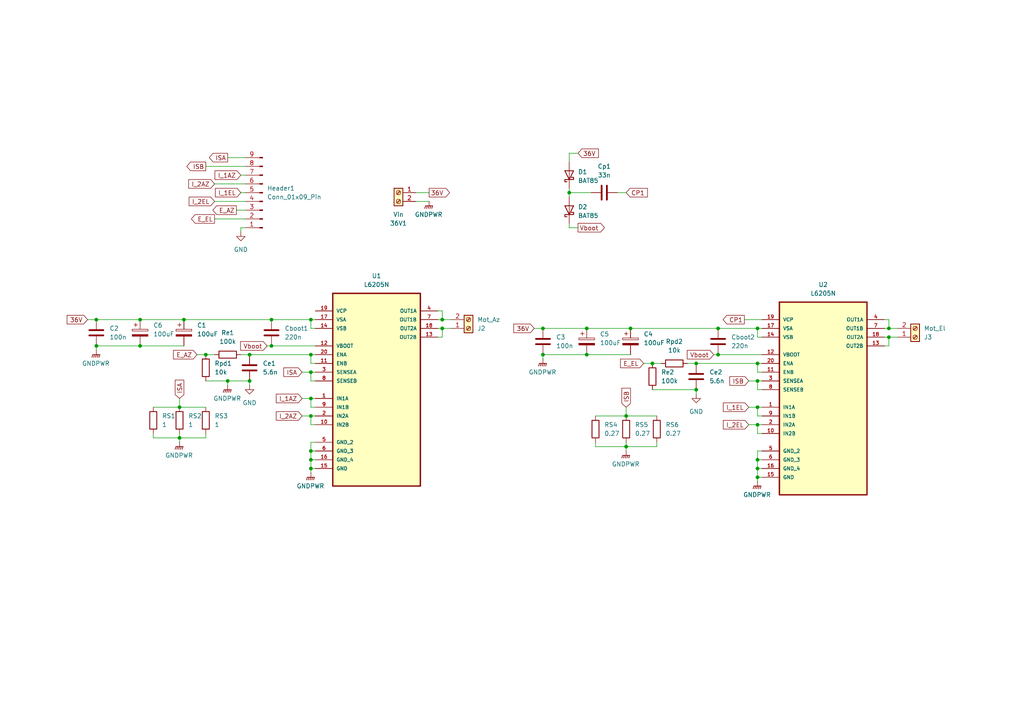
<source format=kicad_sch>
(kicad_sch (version 20250114) (generator "eeschema") (generator_version "9.0")
  (paper "A4")
  (lib_symbols
    (symbol "Connector:Conn_01x09_Pin" (pin_names (offset 1.016) (hide yes))
      (property "Reference" "J" (at 0 12.7 0))
      (property "Value" "Conn_01x09_Pin" (at 0 -12.7 0))
      (symbol "Conn_01x09_Pin_1_1"
        (rectangle (start 0.8636 10.287) (end 0 10.033) (stroke (width 0.1524)) (fill (type outline)))
        (rectangle (start 0.8636 7.747) (end 0 7.493) (stroke (width 0.1524)) (fill (type outline)))
        (rectangle (start 0.8636 5.207) (end 0 4.953) (stroke (width 0.1524)) (fill (type outline)))
        (rectangle (start 0.8636 2.667) (end 0 2.413) (stroke (width 0.1524)) (fill (type outline)))
        (rectangle (start 0.8636 0.127) (end 0 -0.127) (stroke (width 0.1524)) (fill (type outline)))
        (rectangle (start 0.8636 -2.413) (end 0 -2.667) (stroke (width 0.1524)) (fill (type outline)))
        (rectangle (start 0.8636 -4.953) (end 0 -5.207) (stroke (width 0.1524)) (fill (type outline)))
        (rectangle (start 0.8636 -7.493) (end 0 -7.747) (stroke (width 0.1524)) (fill (type outline)))
        (rectangle (start 0.8636 -10.033) (end 0 -10.287) (stroke (width 0.1524)) (fill (type outline)))
        (polyline (pts (xy 1.27 10.16) (xy 0.8636 10.16)) (stroke (width 0.1524)))
        (polyline (pts (xy 1.27 7.62) (xy 0.8636 7.62)) (stroke (width 0.1524)))
        (polyline (pts (xy 1.27 5.08) (xy 0.8636 5.08)) (stroke (width 0.1524)))
        (polyline (pts (xy 1.27 2.54) (xy 0.8636 2.54)) (stroke (width 0.1524)))
        (polyline (pts (xy 1.27 0) (xy 0.8636 0)) (stroke (width 0.1524)))
        (polyline (pts (xy 1.27 -2.54) (xy 0.8636 -2.54)) (stroke (width 0.1524)))
        (polyline (pts (xy 1.27 -5.08) (xy 0.8636 -5.08)) (stroke (width 0.1524)))
        (polyline (pts (xy 1.27 -7.62) (xy 0.8636 -7.62)) (stroke (width 0.1524)))
        (polyline (pts (xy 1.27 -10.16) (xy 0.8636 -10.16)) (stroke (width 0.1524)))
        (pin passive line (at 5.08 10.16 180) (length 3.81) (name "Pin_1") (number "1"))
        (pin passive line (at 5.08 7.62 180) (length 3.81) (name "Pin_2") (number "2"))
        (pin passive line (at 5.08 5.08 180) (length 3.81) (name "Pin_3") (number "3"))
        (pin passive line (at 5.08 2.54 180) (length 3.81) (name "Pin_4") (number "4"))
        (pin passive line (at 5.08 0 180) (length 3.81) (name "Pin_5") (number "5"))
        (pin passive line (at 5.08 -2.54 180) (length 3.81) (name "Pin_6") (number "6"))
        (pin passive line (at 5.08 -5.08 180) (length 3.81) (name "Pin_7") (number "7"))
        (pin passive line (at 5.08 -7.62 180) (length 3.81) (name "Pin_8") (number "8"))
        (pin passive line (at 5.08 -10.16 180) (length 3.81) (name "Pin_9") (number "9"))
      )
    )
    (symbol "Connector:Screw_Terminal_01x02" (pin_names (offset 1.016) (hide yes))
      (property "Reference" "J" (at 0 2.54 0))
      (property "Value" "Screw_Terminal_01x02" (at 0 -5.08 0))
      (symbol "Screw_Terminal_01x02_1_1"
        (rectangle (start -1.27 1.27) (end 1.27 -3.81) (stroke (width 0.254)) (fill (type background)))
        (polyline (pts (xy -0.5334 0.3302) (xy 0.3302 -0.508)) (stroke (width 0.1524)))
        (polyline (pts (xy -0.5334 -2.2098) (xy 0.3302 -3.048)) (stroke (width 0.1524)))
        (polyline (pts (xy -0.3556 0.508) (xy 0.508 -0.3302)) (stroke (width 0.1524)))
        (polyline (pts (xy -0.3556 -2.032) (xy 0.508 -2.8702)) (stroke (width 0.1524)))
        (circle (center 0 0) (radius 0.635) (stroke (width 0.1524)))
        (circle (center 0 -2.54) (radius 0.635) (stroke (width 0.1524)))
        (pin passive line (at -5.08 0 0) (length 3.81) (name "Pin_1") (number "1"))
        (pin passive line (at -5.08 -2.54 0) (length 3.81) (name "Pin_2") (number "2"))
      )
    )
    (symbol "Device:C" (pin_numbers (hide yes)) (pin_names (offset 0.254))
      (property "Reference" "C" (at 0.635 2.54 0))
      (property "Value" "C" (at 0.635 -2.54 0))
      (symbol "C_0_1"
        (polyline (pts (xy -2.032 0.762) (xy 2.032 0.762)) (stroke (width 0.508)))
        (polyline (pts (xy -2.032 -0.762) (xy 2.032 -0.762)) (stroke (width 0.508)))
      )
      (symbol "C_1_1"
        (pin passive line (at 0 3.81 270) (length 2.794) (name "~") (number "1"))
        (pin passive line (at 0 -3.81 90) (length 2.794) (name "~") (number "2"))
      )
    )
    (symbol "Device:C_Polarized" (pin_numbers (hide yes)) (pin_names (offset 0.254))
      (property "Reference" "C" (at 0.635 2.54 0))
      (property "Value" "C_Polarized" (at 0.635 -2.54 0))
      (symbol "C_Polarized_0_1"
        (rectangle (start -2.286 0.508) (end 2.286 1.016))
        (polyline (pts (xy -1.778 2.286) (xy -0.762 2.286)))
        (polyline (pts (xy -1.27 2.794) (xy -1.27 1.778)))
        (rectangle (start 2.286 -0.508) (end -2.286 -1.016) (fill (type outline)))
      )
      (symbol "C_Polarized_1_1"
        (pin passive line (at 0 3.81 270) (length 2.794) (name "~") (number "1"))
        (pin passive line (at 0 -3.81 90) (length 2.794) (name "~") (number "2"))
      )
    )
    (symbol "Device:R" (pin_numbers (hide yes)) (pin_names (offset 0))
      (property "Reference" "R" (at 2.032 0 90))
      (property "Value" "R" (at 0 0 90))
      (symbol "R_0_1"
        (rectangle (start -1.016 -2.54) (end 1.016 2.54) (stroke (width 0.254)))
      )
      (symbol "R_1_1"
        (pin passive line (at 0 3.81 270) (length 1.27) (name "~") (number "1"))
        (pin passive line (at 0 -3.81 90) (length 1.27) (name "~") (number "2"))
      )
    )
    (symbol "Diode:BAT85" (pin_numbers (hide yes)) (pin_names (offset 1.016) (hide yes))
      (property "Reference" "D" (at 0 2.54 0))
      (property "Value" "BAT85" (at 0 -2.54 0))
      (symbol "BAT85_0_1"
        (polyline (pts (xy -1.905 0.635) (xy -1.905 1.27) (xy -1.27 1.27) (xy -1.27 -1.27) (xy -0.635 -1.27) (xy -0.635 -0.635)) (stroke (width 0.254)))
        (polyline (pts (xy 1.27 1.27) (xy 1.27 -1.27) (xy -1.27 0) (xy 1.27 1.27)) (stroke (width 0.254)))
        (polyline (pts (xy 1.27 0) (xy -1.27 0)))
      )
      (symbol "BAT85_1_1"
        (pin passive line (at -3.81 0 0) (length 2.54) (name "K") (number "1"))
        (pin passive line (at 3.81 0 180) (length 2.54) (name "A") (number "2"))
      )
    )
    (symbol "L6205N:L6205N" (pin_names (offset 1.016))
      (property "Reference" "U" (at -5.588 27.7368 0))
      (property "Value" "L6205N" (at -4.7498 -33.1978 0))
      (symbol "L6205N_0_0"
        (rectangle (start -12.7 -30.48) (end 12.7 25.4) (stroke (width 0.4064)) (fill (type background)))
        (pin input line (at -17.78 20.32 0) (length 5.08) (name "VCP") (number "19"))
        (pin input line (at -17.78 17.78 0) (length 5.08) (name "VSA") (number "17"))
        (pin input line (at -17.78 15.24 0) (length 5.08) (name "VSB") (number "14"))
        (pin passive line (at -17.78 10.16 0) (length 5.08) (name "VBOOT") (number "12"))
        (pin input line (at -17.78 7.62 0) (length 5.08) (name "ENA") (number "20"))
        (pin input line (at -17.78 5.08 0) (length 5.08) (name "ENB") (number "11"))
        (pin input line (at -17.78 2.54 0) (length 5.08) (name "SENSEA") (number "3"))
        (pin input line (at -17.78 0 0) (length 5.08) (name "SENSEB") (number "8"))
        (pin input line (at -17.78 -5.08 0) (length 5.08) (name "IN1A") (number "1"))
        (pin input line (at -17.78 -7.62 0) (length 5.08) (name "IN1B") (number "9"))
        (pin input line (at -17.78 -10.16 0) (length 5.08) (name "IN2A") (number "2"))
        (pin input line (at -17.78 -12.7 0) (length 5.08) (name "IN2B") (number "10"))
        (pin passive line (at -17.78 -17.78 0) (length 5.08) (name "GND_2") (number "5"))
        (pin passive line (at -17.78 -20.32 0) (length 5.08) (name "GND_3") (number "6"))
        (pin passive line (at -17.78 -22.86 0) (length 5.08) (name "GND_4") (number "16"))
        (pin passive line (at -17.78 -25.4 0) (length 5.08) (name "GND") (number "15"))
        (pin output line (at 17.78 20.32 180) (length 5.08) (name "OUT1A") (number "4"))
        (pin output line (at 17.78 17.78 180) (length 5.08) (name "OUT1B") (number "7"))
        (pin output line (at 17.78 15.24 180) (length 5.08) (name "OUT2A") (number "18"))
        (pin output line (at 17.78 12.7 180) (length 5.08) (name "OUT2B") (number "13"))
      )
    )
    (symbol "power:GND" (power) (pin_numbers (hide yes)) (pin_names (offset 0) (hide yes))
      (property "Value" "GND" (at 0 -3.81 0))
      (symbol "GND_0_1"
        (polyline (pts (xy 0 0) (xy 0 -1.27) (xy 1.27 -1.27) (xy 0 -2.54) (xy -1.27 -1.27) (xy 0 -1.27)))
      )
      (symbol "GND_1_1"
        (pin power_in line (at 0 0 270) (length 0) (name "~") (number "1"))
      )
    )
    (symbol "power:GNDPWR" (power) (pin_numbers (hide yes)) (pin_names (offset 0) (hide yes))
      (property "Value" "GNDPWR" (at 0 -3.302 0))
      (symbol "GNDPWR_0_1"
        (polyline (pts (xy -1.016 -1.27) (xy -1.27 -2.032) (xy -1.27 -2.032)) (stroke (width 0.2032)))
        (polyline (pts (xy -0.508 -1.27) (xy -0.762 -2.032) (xy -0.762 -2.032)) (stroke (width 0.2032)))
        (polyline (pts (xy 0 -1.27) (xy 0 0)))
        (polyline (pts (xy 0 -1.27) (xy -0.254 -2.032) (xy -0.254 -2.032)) (stroke (width 0.2032)))
        (polyline (pts (xy 0.508 -1.27) (xy 0.254 -2.032) (xy 0.254 -2.032)) (stroke (width 0.2032)))
        (polyline (pts (xy 1.016 -1.27) (xy -1.016 -1.27) (xy -1.016 -1.27)) (stroke (width 0.2032)))
        (polyline (pts (xy 1.016 -1.27) (xy 0.762 -2.032) (xy 0.762 -2.032) (xy 0.762 -2.032)) (stroke (width 0.2032)))
      )
      (symbol "GNDPWR_1_1"
        (pin power_in line (at 0 0 270) (length 0) (name "~") (number "1"))
      )
    )
  )
  (junction (at 27.94 100.33))
  (junction (at 52.07 127))
  (junction (at 90.17 102.87))
  (junction (at 90.17 115.57))
  (junction (at 90.17 92.71))
  (junction (at 40.64 100.33))
  (junction (at 27.94 92.71))
  (junction (at 157.48 102.87))
  (junction (at 182.88 95.25))
  (junction (at 72.39 110.49))
  (junction (at 90.17 130.81))
  (junction (at 72.39 102.87))
  (junction (at 52.07 118.11))
  (junction (at 59.69 102.87))
  (junction (at 128.27 92.71))
  (junction (at 181.61 120.65))
  (junction (at 257.81 95.25))
  (junction (at 66.04 110.49))
  (junction (at 78.74 100.33))
  (junction (at 219.71 110.49))
  (junction (at 157.48 95.25))
  (junction (at 208.28 95.25))
  (junction (at 90.17 107.95))
  (junction (at 219.71 135.89))
  (junction (at 170.18 95.25))
  (junction (at 78.74 92.71))
  (junction (at 53.34 92.71))
  (junction (at 170.18 102.87))
  (junction (at 219.71 95.25))
  (junction (at 219.71 118.11))
  (junction (at 208.28 102.87))
  (junction (at 40.64 92.71))
  (junction (at 219.71 123.19))
  (junction (at 219.71 138.43))
  (junction (at 165.1 55.88))
  (junction (at 128.27 95.25))
  (junction (at 90.17 120.65))
  (junction (at 219.71 105.41))
  (junction (at 90.17 135.89))
  (junction (at 257.81 97.79))
  (junction (at 189.23 105.41))
  (junction (at 201.93 105.41))
  (junction (at 201.93 113.03))
  (junction (at 219.71 133.35))
  (junction (at 90.17 133.35))
  (junction (at 181.61 129.54))
  (wire (pts (xy 172.72 129.54) (xy 181.61 129.54)))
  (wire (pts (xy 66.04 110.49) (xy 66.04 111.76)))
  (wire (pts (xy 257.81 97.79) (xy 257.81 100.33)))
  (wire (pts (xy 181.61 55.88) (xy 179.07 55.88)))
  (wire (pts (xy 128.27 95.25) (xy 130.81 95.25)))
  (wire (pts (xy 219.71 110.49) (xy 219.71 113.03)))
  (wire (pts (xy 52.07 127) (xy 52.07 128.27)))
  (wire (pts (xy 91.44 92.71) (xy 90.17 92.71)))
  (wire (pts (xy 165.1 44.45) (xy 167.64 44.45)))
  (wire (pts (xy 219.71 125.73) (xy 220.98 125.73)))
  (wire (pts (xy 90.17 118.11) (xy 91.44 118.11)))
  (wire (pts (xy 208.28 95.25) (xy 219.71 95.25)))
  (wire (pts (xy 219.71 113.03) (xy 220.98 113.03)))
  (wire (pts (xy 217.17 118.11) (xy 219.71 118.11)))
  (wire (pts (xy 219.71 133.35) (xy 219.71 130.81)))
  (wire (pts (xy 90.17 110.49) (xy 91.44 110.49)))
  (wire (pts (xy 170.18 102.87) (xy 182.88 102.87)))
  (wire (pts (xy 44.45 118.11) (xy 52.07 118.11)))
  (wire (pts (xy 219.71 120.65) (xy 220.98 120.65)))
  (wire (pts (xy 128.27 90.17) (xy 128.27 92.71)))
  (wire (pts (xy 90.17 135.89) (xy 91.44 135.89)))
  (wire (pts (xy 182.88 95.25) (xy 208.28 95.25)))
  (wire (pts (xy 257.81 92.71) (xy 257.81 95.25)))
  (wire (pts (xy 72.39 110.49) (xy 72.39 111.76)))
  (wire (pts (xy 90.17 105.41) (xy 91.44 105.41)))
  (wire (pts (xy 66.04 45.72) (xy 71.12 45.72)))
  (wire (pts (xy 52.07 125.73) (xy 52.07 127)))
  (wire (pts (xy 87.63 120.65) (xy 90.17 120.65)))
  (wire (pts (xy 90.17 130.81) (xy 90.17 128.27)))
  (wire (pts (xy 59.69 125.73) (xy 59.69 127)))
  (wire (pts (xy 52.07 127) (xy 59.69 127)))
  (wire (pts (xy 120.65 55.88) (xy 124.46 55.88)))
  (wire (pts (xy 78.74 100.33) (xy 91.44 100.33)))
  (wire (pts (xy 90.17 130.81) (xy 91.44 130.81)))
  (wire (pts (xy 220.98 95.25) (xy 219.71 95.25)))
  (wire (pts (xy 44.45 125.73) (xy 44.45 127)))
  (wire (pts (xy 256.54 92.71) (xy 257.81 92.71)))
  (wire (pts (xy 219.71 139.7) (xy 219.71 138.43)))
  (wire (pts (xy 87.63 115.57) (xy 90.17 115.57)))
  (wire (pts (xy 91.44 120.65) (xy 90.17 120.65)))
  (wire (pts (xy 90.17 115.57) (xy 90.17 118.11)))
  (wire (pts (xy 217.17 110.49) (xy 219.71 110.49)))
  (wire (pts (xy 256.54 95.25) (xy 257.81 95.25)))
  (wire (pts (xy 220.98 105.41) (xy 219.71 105.41)))
  (wire (pts (xy 219.71 107.95) (xy 220.98 107.95)))
  (wire (pts (xy 208.28 102.87) (xy 220.98 102.87)))
  (wire (pts (xy 256.54 97.79) (xy 257.81 97.79)))
  (wire (pts (xy 172.72 128.27) (xy 172.72 129.54)))
  (wire (pts (xy 219.71 105.41) (xy 219.71 107.95)))
  (wire (pts (xy 181.61 129.54) (xy 190.5 129.54)))
  (wire (pts (xy 53.34 92.71) (xy 78.74 92.71)))
  (wire (pts (xy 66.04 110.49) (xy 72.39 110.49)))
  (wire (pts (xy 201.93 105.41) (xy 219.71 105.41)))
  (wire (pts (xy 59.69 48.26) (xy 71.12 48.26)))
  (wire (pts (xy 219.71 135.89) (xy 220.98 135.89)))
  (wire (pts (xy 219.71 133.35) (xy 220.98 133.35)))
  (wire (pts (xy 157.48 102.87) (xy 157.48 104.14)))
  (wire (pts (xy 181.61 118.11) (xy 181.61 120.65)))
  (wire (pts (xy 181.61 129.54) (xy 181.61 130.81)))
  (wire (pts (xy 90.17 137.16) (xy 90.17 135.89)))
  (wire (pts (xy 181.61 128.27) (xy 181.61 129.54)))
  (wire (pts (xy 219.71 118.11) (xy 219.71 120.65)))
  (wire (pts (xy 219.71 135.89) (xy 219.71 133.35)))
  (wire (pts (xy 220.98 123.19) (xy 219.71 123.19)))
  (wire (pts (xy 165.1 66.04) (xy 167.64 66.04)))
  (wire (pts (xy 186.69 105.41) (xy 189.23 105.41)))
  (wire (pts (xy 165.1 64.77) (xy 165.1 66.04)))
  (wire (pts (xy 165.1 44.45) (xy 165.1 46.99)))
  (wire (pts (xy 62.23 63.5) (xy 71.12 63.5)))
  (wire (pts (xy 90.17 133.35) (xy 90.17 130.81)))
  (wire (pts (xy 120.65 58.42) (xy 124.46 58.42)))
  (wire (pts (xy 257.81 100.33) (xy 256.54 100.33)))
  (wire (pts (xy 201.93 113.03) (xy 201.93 114.3)))
  (wire (pts (xy 165.1 54.61) (xy 165.1 55.88)))
  (wire (pts (xy 91.44 102.87) (xy 90.17 102.87)))
  (wire (pts (xy 87.63 107.95) (xy 90.17 107.95)))
  (wire (pts (xy 128.27 92.71) (xy 127 92.71)))
  (wire (pts (xy 219.71 130.81) (xy 220.98 130.81)))
  (wire (pts (xy 57.15 102.87) (xy 59.69 102.87)))
  (wire (pts (xy 165.1 55.88) (xy 165.1 57.15)))
  (wire (pts (xy 181.61 120.65) (xy 190.5 120.65)))
  (wire (pts (xy 44.45 127) (xy 52.07 127)))
  (wire (pts (xy 68.58 60.96) (xy 71.12 60.96)))
  (wire (pts (xy 90.17 102.87) (xy 90.17 105.41)))
  (wire (pts (xy 219.71 138.43) (xy 220.98 138.43)))
  (wire (pts (xy 189.23 105.41) (xy 191.77 105.41)))
  (wire (pts (xy 90.17 92.71) (xy 90.17 95.25)))
  (wire (pts (xy 199.39 105.41) (xy 201.93 105.41)))
  (wire (pts (xy 40.64 92.71) (xy 53.34 92.71)))
  (wire (pts (xy 215.9 92.71) (xy 220.98 92.71)))
  (wire (pts (xy 90.17 128.27) (xy 91.44 128.27)))
  (wire (pts (xy 157.48 95.25) (xy 170.18 95.25)))
  (wire (pts (xy 128.27 95.25) (xy 128.27 97.79)))
  (wire (pts (xy 90.17 133.35) (xy 91.44 133.35)))
  (wire (pts (xy 62.23 58.42) (xy 71.12 58.42)))
  (wire (pts (xy 172.72 120.65) (xy 181.61 120.65)))
  (wire (pts (xy 27.94 92.71) (xy 40.64 92.71)))
  (wire (pts (xy 72.39 102.87) (xy 90.17 102.87)))
  (wire (pts (xy 52.07 118.11) (xy 59.69 118.11)))
  (wire (pts (xy 69.85 102.87) (xy 72.39 102.87)))
  (wire (pts (xy 128.27 92.71) (xy 130.81 92.71)))
  (wire (pts (xy 127 90.17) (xy 128.27 90.17)))
  (wire (pts (xy 90.17 135.89) (xy 90.17 133.35)))
  (wire (pts (xy 69.85 66.04) (xy 69.85 67.31)))
  (wire (pts (xy 78.74 92.71) (xy 90.17 92.71)))
  (wire (pts (xy 190.5 128.27) (xy 190.5 129.54)))
  (wire (pts (xy 90.17 95.25) (xy 91.44 95.25)))
  (wire (pts (xy 127 97.79) (xy 128.27 97.79)))
  (wire (pts (xy 219.71 123.19) (xy 219.71 125.73)))
  (wire (pts (xy 90.17 123.19) (xy 91.44 123.19)))
  (wire (pts (xy 90.17 107.95) (xy 90.17 110.49)))
  (wire (pts (xy 127 95.25) (xy 128.27 95.25)))
  (wire (pts (xy 52.07 115.57) (xy 52.07 118.11)))
  (wire (pts (xy 220.98 110.49) (xy 219.71 110.49)))
  (wire (pts (xy 90.17 120.65) (xy 90.17 123.19)))
  (wire (pts (xy 40.64 100.33) (xy 53.34 100.33)))
  (wire (pts (xy 59.69 102.87) (xy 62.23 102.87)))
  (wire (pts (xy 154.94 95.25) (xy 157.48 95.25)))
  (wire (pts (xy 257.81 97.79) (xy 260.35 97.79)))
  (wire (pts (xy 207.01 102.87) (xy 208.28 102.87)))
  (wire (pts (xy 59.69 110.49) (xy 66.04 110.49)))
  (wire (pts (xy 69.85 66.04) (xy 71.12 66.04)))
  (wire (pts (xy 27.94 100.33) (xy 27.94 101.6)))
  (wire (pts (xy 69.85 55.88) (xy 71.12 55.88)))
  (wire (pts (xy 217.17 123.19) (xy 219.71 123.19)))
  (wire (pts (xy 91.44 115.57) (xy 90.17 115.57)))
  (wire (pts (xy 62.23 53.34) (xy 71.12 53.34)))
  (wire (pts (xy 157.48 102.87) (xy 170.18 102.87)))
  (wire (pts (xy 219.71 97.79) (xy 220.98 97.79)))
  (wire (pts (xy 219.71 138.43) (xy 219.71 135.89)))
  (wire (pts (xy 69.85 50.8) (xy 71.12 50.8)))
  (wire (pts (xy 25.4 92.71) (xy 27.94 92.71)))
  (wire (pts (xy 77.47 100.33) (xy 78.74 100.33)))
  (wire (pts (xy 165.1 55.88) (xy 171.45 55.88)))
  (wire (pts (xy 220.98 118.11) (xy 219.71 118.11)))
  (wire (pts (xy 257.81 95.25) (xy 260.35 95.25)))
  (wire (pts (xy 90.17 107.95) (xy 91.44 107.95)))
  (wire (pts (xy 189.23 113.03) (xy 201.93 113.03)))
  (wire (pts (xy 170.18 95.25) (xy 182.88 95.25)))
  (wire (pts (xy 219.71 95.25) (xy 219.71 97.79)))
  (wire (pts (xy 27.94 100.33) (xy 40.64 100.33)))
  (global_label "E_AZ" (shape output) (at 68.58 60.96 180) (property "Intersheetrefs" "${INTERSHEET_REFS}" (effects (hide yes))))
  (global_label "I_1EL" (shape input) (at 69.85 55.88 180) (property "Intersheetrefs" "${INTERSHEET_REFS}" (effects (hide yes))))
  (global_label "I_2AZ" (shape input) (at 62.23 53.34 180) (property "Intersheetrefs" "${INTERSHEET_REFS}" (effects (hide yes))))
  (global_label "36V" (shape input) (at 25.4 92.71 180) (property "Intersheetrefs" "${INTERSHEET_REFS}" (effects (hide yes))))
  (global_label "36V" (shape output) (at 124.46 55.88 0) (property "Intersheetrefs" "${INTERSHEET_REFS}" (effects (hide yes))))
  (global_label "I_1EL" (shape input) (at 217.17 118.11 180) (property "Intersheetrefs" "${INTERSHEET_REFS}" (effects (hide yes))))
  (global_label "CP1" (shape output) (at 215.9 92.71 180) (property "Intersheetrefs" "${INTERSHEET_REFS}" (effects (hide yes))))
  (global_label "Vboot" (shape output) (at 167.64 66.04 0) (property "Intersheetrefs" "${INTERSHEET_REFS}" (effects (hide yes))))
  (global_label "I_1AZ" (shape input) (at 69.85 50.8 180) (property "Intersheetrefs" "${INTERSHEET_REFS}" (effects (hide yes))))
  (global_label "I_2EL" (shape input) (at 217.17 123.19 180) (property "Intersheetrefs" "${INTERSHEET_REFS}" (effects (hide yes))))
  (global_label "36V" (shape input) (at 154.94 95.25 180) (property "Intersheetrefs" "${INTERSHEET_REFS}" (effects (hide yes))))
  (global_label "ISB" (shape output) (at 59.69 48.26 180) (property "Intersheetrefs" "${INTERSHEET_REFS}" (effects (hide yes))))
  (global_label "ISB" (shape input) (at 181.61 118.11 90) (property "Intersheetrefs" "${INTERSHEET_REFS}" (effects (hide yes))))
  (global_label "I_2EL" (shape input) (at 62.23 58.42 180) (property "Intersheetrefs" "${INTERSHEET_REFS}" (effects (hide yes))))
  (global_label "ISA" (shape input) (at 52.07 115.57 90) (property "Intersheetrefs" "${INTERSHEET_REFS}" (effects (hide yes))))
  (global_label "E_EL" (shape input) (at 186.69 105.41 180) (property "Intersheetrefs" "${INTERSHEET_REFS}" (effects (hide yes))))
  (global_label "E_EL" (shape output) (at 62.23 63.5 180) (property "Intersheetrefs" "${INTERSHEET_REFS}" (effects (hide yes))))
  (global_label "E_AZ" (shape input) (at 57.15 102.87 180) (property "Intersheetrefs" "${INTERSHEET_REFS}" (effects (hide yes))))
  (global_label "ISA" (shape output) (at 66.04 45.72 180) (property "Intersheetrefs" "${INTERSHEET_REFS}" (effects (hide yes))))
  (global_label "ISB" (shape input) (at 217.17 110.49 180) (property "Intersheetrefs" "${INTERSHEET_REFS}" (effects (hide yes))))
  (global_label "ISA" (shape input) (at 87.63 107.95 180) (property "Intersheetrefs" "${INTERSHEET_REFS}" (effects (hide yes))))
  (global_label "Vboot" (shape input) (at 77.47 100.33 180) (property "Intersheetrefs" "${INTERSHEET_REFS}" (effects (hide yes))))
  (global_label "36V" (shape input) (at 167.64 44.45 0) (property "Intersheetrefs" "${INTERSHEET_REFS}" (effects (hide yes))))
  (global_label "I_2AZ" (shape input) (at 87.63 120.65 180) (property "Intersheetrefs" "${INTERSHEET_REFS}" (effects (hide yes))))
  (global_label "Vboot" (shape input) (at 207.01 102.87 180) (property "Intersheetrefs" "${INTERSHEET_REFS}" (effects (hide yes))))
  (global_label "I_1AZ" (shape input) (at 87.63 115.57 180) (property "Intersheetrefs" "${INTERSHEET_REFS}" (effects (hide yes))))
  (global_label "CP1" (shape input) (at 181.61 55.88 0) (property "Intersheetrefs" "${INTERSHEET_REFS}" (effects (hide yes))))
  (symbol (lib_id "power:GND") (at 201.93 114.3 0) (unit 1)
    (property "Reference" "#PWR010" (effects (hide yes)))
    (property "Value" "GND" (at 201.93 119.38 0))
    (property "Description" "Power symbol creates a global label with name \"GND\" , ground" (effects (hide yes)))
  )
  (symbol (lib_id "Device:R") (at 66.04 102.87 270) (unit 1)
    (property "Reference" "Re1" (at 66.04 96.52 90))
    (property "Value" "100k" (at 66.04 99.06 90))
    (property "Footprint" "Resistor_THT:R_Axial_DIN0207_L6.3mm_D2.5mm_P7.62mm_Horizontal" (effects (hide yes)))
    (property "Description" "Resistor" (effects (hide yes)))
  )
  (symbol (lib_id "power:GND") (at 69.85 67.31 0) (unit 1)
    (property "Reference" "#PWR05" (effects (hide yes)))
    (property "Value" "GND" (at 69.85 72.39 0))
    (property "Description" "Power symbol creates a global label with name \"GND\" , ground" (effects (hide yes)))
  )
  (symbol (lib_id "Device:C_Polarized") (at 182.88 99.06 0) (unit 1)
    (property "Reference" "C4" (at 186.69 96.9009 0) (effects (justify left)))
    (property "Value" "100uF" (at 186.69 99.4409 0) (effects (justify left)))
    (property "Footprint" "Capacitor_THT:CP_Radial_D8.0mm_P3.50mm" (effects (hide yes)))
    (property "Description" "Polarized capacitor" (effects (hide yes)))
  )
  (symbol (lib_id "L6205N:L6205N") (at 238.76 113.03 0) (unit 1)
    (property "Reference" "U2" (at 238.76 82.55 0))
    (property "Value" "L6205N" (at 238.76 85.09 0))
    (property "Footprint" "Package_DIP:CERDIP-20_W7.62mm_SideBrazed" (effects (hide yes)))
    (property "MF" "STMicroelectronics" (effects (hide yes)))
    (property "Description_1" "Bipolar Motor Driver BiCDMOS Parallel 20-PowerDIP" (effects (hide yes)))
    (property "PACKAGE" "PDIP-20" (effects (hide yes)))
    (property "MPN" "L6205N" (effects (hide yes)))
    (property "Price" "None" (effects (hide yes)))
    (property "Package" "DIP-20 STMicroelectronics" (effects (hide yes)))
    (property "OC_FARNELL" "1564367" (effects (hide yes)))
    (property "SnapEDA_Link" "https://www.snapeda.com/parts/L6205N/STMicroelectronics/view-part/?ref=snap" (effects (hide yes)))
    (property "MP" "L6205N" (effects (hide yes)))
    (property "SUPPLIER" "STMICROELECTRONICS" (effects (hide yes)))
    (property "OC_NEWARK" "89K0754" (effects (hide yes)))
    (property "Availability" "In Stock" (effects (hide yes)))
    (property "Check_prices" "https://www.snapeda.com/parts/L6205N/STMicroelectronics/view-part/?ref=eda" (effects (hide yes)))
  )
  (symbol (lib_id "Device:C") (at 208.28 99.06 0) (unit 1)
    (property "Reference" "Cboot2" (at 212.09 97.7899 0) (effects (justify left)))
    (property "Value" "220n" (at 212.09 100.3299 0) (effects (justify left)))
    (property "Footprint" "Capacitor_THT:C_Axial_L3.8mm_D2.6mm_P7.50mm_Horizontal" (effects (hide yes)))
    (property "Description" "Unpolarized capacitor" (effects (hide yes)))
  )
  (symbol (lib_id "Device:R") (at 195.58 105.41 270) (unit 1)
    (property "Reference" "Rpd2" (at 195.58 99.06 90))
    (property "Value" "10k" (at 195.58 101.6 90))
    (property "Footprint" "Resistor_THT:R_Axial_DIN0207_L6.3mm_D2.5mm_P7.62mm_Horizontal" (effects (hide yes)))
    (property "Description" "Resistor" (effects (hide yes)))
  )
  (symbol (lib_id "Device:R") (at 181.61 124.46 0) (unit 1)
    (property "Reference" "RS5" (at 184.15 123.1899 0) (effects (justify left)))
    (property "Value" "0.27" (at 184.15 125.7299 0) (effects (justify left)))
    (property "Footprint" "Resistor_THT:R_Axial_DIN0411_L9.9mm_D3.6mm_P15.24mm_Horizontal" (effects (hide yes)))
    (property "Description" "Resistor" (effects (hide yes)))
  )
  (symbol (lib_id "power:GNDPWR") (at 52.07 128.27 0) (unit 1)
    (property "Reference" "#PWR07" (effects (hide yes)))
    (property "Value" "GNDPWR" (at 51.943 132.08 0))
    (property "Description" "Power symbol creates a global label with name \"GNDPWR\" , global ground" (effects (hide yes)))
  )
  (symbol (lib_id "Device:C") (at 201.93 109.22 0) (unit 1)
    (property "Reference" "Ce2" (at 205.74 107.9499 0) (effects (justify left)))
    (property "Value" "5.6n" (at 205.74 110.4899 0) (effects (justify left)))
    (property "Footprint" "Capacitor_THT:C_Disc_D5.0mm_W2.5mm_P5.00mm" (effects (hide yes)))
    (property "Description" "Unpolarized capacitor" (effects (hide yes)))
  )
  (symbol (lib_id "Device:C") (at 27.94 96.52 0) (unit 1)
    (property "Reference" "C2" (at 31.75 95.2499 0) (effects (justify left)))
    (property "Value" "100n" (at 31.75 97.7899 0) (effects (justify left)))
    (property "Footprint" "Capacitor_THT:C_Axial_L3.8mm_D2.6mm_P7.50mm_Horizontal" (effects (hide yes)))
    (property "Description" "Unpolarized capacitor" (effects (hide yes)))
  )
  (symbol (lib_id "power:GNDPWR") (at 181.61 130.81 0) (unit 1)
    (property "Reference" "#PWR01" (effects (hide yes)))
    (property "Value" "GNDPWR" (at 181.483 134.62 0))
    (property "Description" "Power symbol creates a global label with name \"GNDPWR\" , global ground" (effects (hide yes)))
  )
  (symbol (lib_id "power:GNDPWR") (at 219.71 139.7 0) (unit 1)
    (property "Reference" "#PWR06" (effects (hide yes)))
    (property "Value" "GNDPWR" (at 219.583 143.51 0))
    (property "Description" "Power symbol creates a global label with name \"GNDPWR\" , global ground" (effects (hide yes)))
  )
  (symbol (lib_id "Device:R") (at 59.69 121.92 0) (unit 1)
    (property "Reference" "RS3" (at 62.23 120.6499 0) (effects (justify left)))
    (property "Value" "1" (at 62.23 123.1899 0) (effects (justify left)))
    (property "Footprint" "Resistor_THT:R_Axial_DIN0207_L6.3mm_D2.5mm_P7.62mm_Horizontal" (effects (hide yes)))
    (property "Description" "Resistor" (effects (hide yes)))
  )
  (symbol (lib_id "Device:C_Polarized") (at 53.34 96.52 0) (unit 1)
    (property "Reference" "C1" (at 57.15 94.3609 0) (effects (justify left)))
    (property "Value" "100uF" (at 57.15 96.9009 0) (effects (justify left)))
    (property "Footprint" "Capacitor_THT:CP_Radial_D8.0mm_P3.50mm" (effects (hide yes)))
    (property "Description" "Polarized capacitor" (effects (hide yes)))
  )
  (symbol (lib_id "Device:R") (at 189.23 109.22 0) (unit 1)
    (property "Reference" "Re2" (at 191.77 107.9499 0) (effects (justify left)))
    (property "Value" "100k" (at 191.77 110.4899 0) (effects (justify left)))
    (property "Footprint" "Resistor_THT:R_Axial_DIN0207_L6.3mm_D2.5mm_P7.62mm_Horizontal" (effects (hide yes)))
    (property "Description" "Resistor" (effects (hide yes)))
  )
  (symbol (lib_id "power:GNDPWR") (at 124.46 58.42 0) (unit 1)
    (property "Reference" "#PWR03" (effects (hide yes)))
    (property "Value" "GNDPWR" (at 124.333 62.23 0))
    (property "Description" "Power symbol creates a global label with name \"GNDPWR\" , global ground" (effects (hide yes)))
  )
  (symbol (lib_id "Device:C_Polarized") (at 40.64 96.52 0) (unit 1)
    (property "Reference" "C6" (at 44.45 94.3609 0) (effects (justify left)))
    (property "Value" "100uF" (at 44.45 96.9009 0) (effects (justify left)))
    (property "Footprint" "Capacitor_THT:CP_Radial_D8.0mm_P3.50mm" (effects (hide yes)))
    (property "Description" "Polarized capacitor" (effects (hide yes)))
  )
  (symbol (lib_id "Device:C") (at 157.48 99.06 0) (unit 1)
    (property "Reference" "C3" (at 161.29 97.7899 0) (effects (justify left)))
    (property "Value" "100n" (at 161.29 100.3299 0) (effects (justify left)))
    (property "Footprint" "Capacitor_THT:C_Axial_L3.8mm_D2.6mm_P7.50mm_Horizontal" (effects (hide yes)))
    (property "Description" "Unpolarized capacitor" (effects (hide yes)))
  )
  (symbol (lib_id "power:GNDPWR") (at 27.94 101.6 0) (unit 1)
    (property "Reference" "#PWR08" (effects (hide yes)))
    (property "Value" "GNDPWR" (at 27.813 105.41 0))
    (property "Description" "Power symbol creates a global label with name \"GNDPWR\" , global ground" (effects (hide yes)))
  )
  (symbol (lib_id "power:GNDPWR") (at 66.04 111.76 0) (unit 1)
    (property "Reference" "#PWR011" (effects (hide yes)))
    (property "Value" "GNDPWR" (at 65.913 115.57 0))
    (property "Description" "Power symbol creates a global label with name \"GNDPWR\" , global ground" (effects (hide yes)))
  )
  (symbol (lib_id "Device:C_Polarized") (at 170.18 99.06 0) (unit 1)
    (property "Reference" "C5" (at 173.99 96.9009 0) (effects (justify left)))
    (property "Value" "100uF" (at 173.99 99.4409 0) (effects (justify left)))
    (property "Footprint" "Capacitor_THT:CP_Radial_D8.0mm_P3.50mm" (effects (hide yes)))
    (property "Description" "Polarized capacitor" (effects (hide yes)))
  )
  (symbol (lib_id "Device:R") (at 172.72 124.46 0) (unit 1)
    (property "Reference" "RS4" (at 175.26 123.1899 0) (effects (justify left)))
    (property "Value" "0.27" (at 175.26 125.7299 0) (effects (justify left)))
    (property "Footprint" "Resistor_THT:R_Axial_DIN0411_L9.9mm_D3.6mm_P15.24mm_Horizontal" (effects (hide yes)))
    (property "Description" "Resistor" (effects (hide yes)))
  )
  (symbol (lib_id "Device:C") (at 175.26 55.88 270) (unit 1)
    (property "Reference" "Cp1" (at 175.26 48.26 90))
    (property "Value" "33n" (at 175.26 50.8 90))
    (property "Footprint" "Capacitor_THT:C_Axial_L3.8mm_D2.6mm_P7.50mm_Horizontal" (effects (hide yes)))
    (property "Description" "Unpolarized capacitor" (effects (hide yes)))
  )
  (symbol (lib_id "power:GND") (at 72.39 111.76 0) (unit 1)
    (property "Reference" "#PWR04" (effects (hide yes)))
    (property "Value" "GND" (at 72.39 116.84 0))
    (property "Description" "Power symbol creates a global label with name \"GND\" , ground" (effects (hide yes)))
  )
  (symbol (lib_id "Connector:Screw_Terminal_01x02") (at 115.57 55.88 0) (mirror y) (unit 1)
    (property "Reference" "36V1" (at 115.57 64.77 0))
    (property "Value" "Vin" (at 115.57 62.23 0))
    (property "Footprint" "TerminalBlock_MetzConnect:TerminalBlock_MetzConnect_Type055_RT01502HDWU_1x02_P5.00mm_Horizontal" (effects (hide yes)))
    (property "Description" "Generic screw terminal, single row, 01x02, script generated (kicad-library-utils/schlib/autogen/connector/)" (effects (hide yes)))
  )
  (symbol (lib_id "Device:R") (at 44.45 121.92 0) (unit 1)
    (property "Reference" "RS1" (at 46.99 120.6499 0) (effects (justify left)))
    (property "Value" "1" (at 46.99 123.1899 0) (effects (justify left)))
    (property "Footprint" "Resistor_THT:R_Axial_DIN0207_L6.3mm_D2.5mm_P7.62mm_Horizontal" (effects (hide yes)))
    (property "Description" "Resistor" (effects (hide yes)))
  )
  (symbol (lib_id "Device:C") (at 78.74 96.52 0) (unit 1)
    (property "Reference" "Cboot1" (at 82.55 95.2499 0) (effects (justify left)))
    (property "Value" "220n" (at 82.55 97.7899 0) (effects (justify left)))
    (property "Footprint" "Capacitor_THT:C_Axial_L3.8mm_D2.6mm_P7.50mm_Horizontal" (effects (hide yes)))
    (property "Description" "Unpolarized capacitor" (effects (hide yes)))
  )
  (symbol (lib_id "Device:R") (at 190.5 124.46 0) (unit 1)
    (property "Reference" "RS6" (at 193.04 123.1899 0) (effects (justify left)))
    (property "Value" "0.27" (at 193.04 125.7299 0) (effects (justify left)))
    (property "Footprint" "Resistor_THT:R_Axial_DIN0411_L9.9mm_D3.6mm_P15.24mm_Horizontal" (effects (hide yes)))
    (property "Description" "Resistor" (effects (hide yes)))
  )
  (symbol (lib_id "power:GNDPWR") (at 90.17 137.16 0) (unit 1)
    (property "Reference" "#PWR02" (effects (hide yes)))
    (property "Value" "GNDPWR" (at 90.043 140.97 0))
    (property "Description" "Power symbol creates a global label with name \"GNDPWR\" , global ground" (effects (hide yes)))
  )
  (symbol (lib_id "Connector:Screw_Terminal_01x02") (at 265.43 97.79 0) (mirror x) (unit 1)
    (property "Reference" "J3" (at 267.97 97.7901 0) (effects (justify left)))
    (property "Value" "Mot_El" (at 267.97 95.2501 0) (effects (justify left)))
    (property "Footprint" "TerminalBlock_MetzConnect:TerminalBlock_MetzConnect_Type055_RT01502HDWU_1x02_P5.00mm_Horizontal" (effects (hide yes)))
    (property "Description" "Generic screw terminal, single row, 01x02, script generated (kicad-library-utils/schlib/autogen/connector/)" (effects (hide yes)))
  )
  (symbol (lib_id "Diode:BAT85") (at 165.1 50.8 90) (unit 1)
    (property "Reference" "D1" (at 167.64 49.8474 90) (effects (justify right)))
    (property "Value" "BAT85" (at 167.64 52.3874 90) (effects (justify right)))
    (property "Footprint" "Diode_THT:D_DO-35_SOD27_P7.62mm_Horizontal" (effects (hide yes)))
    (property "Datasheet" "https://assets.nexperia.com/documents/data-sheet/BAT85.pdf" (effects (hide yes)))
    (property "Description" "30V 0.2A Schottky barrier single diode, DO-35" (effects (hide yes)))
  )
  (symbol (lib_id "Connector:Conn_01x09_Pin") (at 76.2 55.88 180) (unit 1)
    (property "Reference" "Header1" (at 77.47 54.6099 0) (effects (justify right)))
    (property "Value" "Conn_01x09_Pin" (at 77.47 57.1499 0) (effects (justify right)))
    (property "Footprint" "Connector_JST:JST_XH_B9B-XH-A_1x09_P2.50mm_Vertical" (effects (hide yes)))
    (property "Description" "Generic connector, single row, 01x09, script generated" (effects (hide yes)))
  )
  (symbol (lib_id "Device:C") (at 72.39 106.68 0) (unit 1)
    (property "Reference" "Ce1" (at 76.2 105.4099 0) (effects (justify left)))
    (property "Value" "5.6n" (at 76.2 107.9499 0) (effects (justify left)))
    (property "Footprint" "Capacitor_THT:C_Disc_D5.0mm_W2.5mm_P5.00mm" (effects (hide yes)))
    (property "Description" "Unpolarized capacitor" (effects (hide yes)))
  )
  (symbol (lib_id "Diode:BAT85") (at 165.1 60.96 90) (unit 1)
    (property "Reference" "D2" (at 167.64 60.0074 90) (effects (justify right)))
    (property "Value" "BAT85" (at 167.64 62.5474 90) (effects (justify right)))
    (property "Footprint" "Diode_THT:D_DO-35_SOD27_P7.62mm_Horizontal" (effects (hide yes)))
    (property "Datasheet" "https://assets.nexperia.com/documents/data-sheet/BAT85.pdf" (effects (hide yes)))
    (property "Description" "30V 0.2A Schottky barrier single diode, DO-35" (effects (hide yes)))
  )
  (symbol (lib_id "Device:R") (at 52.07 121.92 0) (unit 1)
    (property "Reference" "RS2" (at 54.61 120.6499 0) (effects (justify left)))
    (property "Value" "1" (at 54.61 123.1899 0) (effects (justify left)))
    (property "Footprint" "Resistor_THT:R_Axial_DIN0207_L6.3mm_D2.5mm_P7.62mm_Horizontal" (effects (hide yes)))
    (property "Description" "Resistor" (effects (hide yes)))
  )
  (symbol (lib_id "power:GNDPWR") (at 157.48 104.14 0) (unit 1)
    (property "Reference" "#PWR09" (effects (hide yes)))
    (property "Value" "GNDPWR" (at 157.353 107.95 0))
    (property "Description" "Power symbol creates a global label with name \"GNDPWR\" , global ground" (effects (hide yes)))
  )
  (symbol (lib_id "Device:R") (at 59.69 106.68 180) (unit 1)
    (property "Reference" "Rpd1" (at 62.23 105.4099 0) (effects (justify right)))
    (property "Value" "10k" (at 62.23 107.9499 0) (effects (justify right)))
    (property "Footprint" "Resistor_THT:R_Axial_DIN0207_L6.3mm_D2.5mm_P7.62mm_Horizontal" (effects (hide yes)))
    (property "Description" "Resistor" (effects (hide yes)))
  )
  (symbol (lib_id "L6205N:L6205N") (at 109.22 110.49 0) (unit 1)
    (property "Reference" "U1" (at 109.22 80.01 0))
    (property "Value" "L6205N" (at 109.22 82.55 0))
    (property "Footprint" "Package_DIP:CERDIP-20_W7.62mm_SideBrazed" (effects (hide yes)))
    (property "MF" "STMicroelectronics" (effects (hide yes)))
    (property "Description_1" "Bipolar Motor Driver BiCDMOS Parallel 20-PowerDIP" (effects (hide yes)))
    (property "PACKAGE" "PDIP-20" (effects (hide yes)))
    (property "MPN" "L6205N" (effects (hide yes)))
    (property "Price" "None" (effects (hide yes)))
    (property "Package" "DIP-20 STMicroelectronics" (effects (hide yes)))
    (property "OC_FARNELL" "1564367" (effects (hide yes)))
    (property "SnapEDA_Link" "https://www.snapeda.com/parts/L6205N/STMicroelectronics/view-part/?ref=snap" (effects (hide yes)))
    (property "MP" "L6205N" (effects (hide yes)))
    (property "SUPPLIER" "STMICROELECTRONICS" (effects (hide yes)))
    (property "OC_NEWARK" "89K0754" (effects (hide yes)))
    (property "Availability" "In Stock" (effects (hide yes)))
    (property "Check_prices" "https://www.snapeda.com/parts/L6205N/STMicroelectronics/view-part/?ref=eda" (effects (hide yes)))
  )
  (symbol (lib_id "Connector:Screw_Terminal_01x02") (at 135.89 95.25 0) (mirror x) (unit 1)
    (property "Reference" "J2" (at 138.43 95.2501 0) (effects (justify left)))
    (property "Value" "Mot_Az" (at 138.43 92.7101 0) (effects (justify left)))
    (property "Footprint" "TerminalBlock_MetzConnect:TerminalBlock_MetzConnect_Type055_RT01502HDWU_1x02_P5.00mm_Horizontal" (effects (hide yes)))
    (property "Description" "Generic screw terminal, single row, 01x02, script generated (kicad-library-utils/schlib/autogen/connector/)" (effects (hide yes)))
  )
)
</source>
